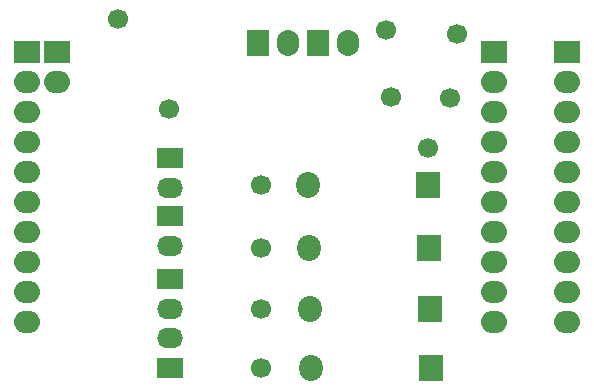
<source format=gbr>
G04 DipTrace 3.3.0.1*
G04 BottomMask.gbr*
%MOMM*%
G04 #@! TF.FileFunction,Soldermask,Bot*
G04 #@! TF.Part,Single*
%ADD33O,1.9X2.2*%
%ADD35R,1.9X2.2*%
%ADD37C,1.7*%
%ADD39O,2.2X1.9*%
%ADD41R,2.2X1.9*%
%ADD43R,2.2X1.7*%
%ADD45O,2.2X1.7*%
%ADD47O,2.0X2.2*%
%ADD49R,2.0X2.2*%
%FSLAX35Y35*%
G04*
G71*
G90*
G75*
G01*
G04 BotMask*
%LPD*%
D49*
X4990000Y1250000D3*
D47*
X3974000D3*
D49*
X4980000Y1750000D3*
D47*
X3964000D3*
D49*
X4976000Y2260000D3*
D47*
X3960000D3*
D49*
X4966000Y2800000D3*
D47*
X3950000D3*
D45*
X2780000Y1500000D3*
D43*
Y1246000D3*
D41*
X1570000Y3923000D3*
D39*
Y3669000D3*
Y3415000D3*
Y3161000D3*
Y2907000D3*
Y2653000D3*
Y2399000D3*
Y2145000D3*
Y1891000D3*
Y1637000D3*
D41*
X6140000Y3923000D3*
D39*
Y3669000D3*
Y3415000D3*
Y3161000D3*
Y2907000D3*
Y2653000D3*
Y2399000D3*
Y2145000D3*
Y1891000D3*
Y1637000D3*
D41*
X1824000Y3923000D3*
D39*
Y3669000D3*
D41*
X5520000Y3923000D3*
D39*
Y3669000D3*
Y3415000D3*
Y3161000D3*
Y2907000D3*
Y2653000D3*
Y2399000D3*
Y2145000D3*
Y1891000D3*
Y1637000D3*
D45*
X2780000Y2280000D3*
D43*
Y2534000D3*
D45*
Y2770000D3*
D43*
Y3024000D3*
D37*
X2770000Y3440000D3*
X2340000Y4200000D3*
X4610000Y4110000D3*
X4650000Y3540000D3*
X3550000Y1250000D3*
Y1750000D3*
X4960000Y3110000D3*
X3550000Y2260000D3*
X5150000Y3530000D3*
X3550000Y2800000D3*
X5210000Y4073000D3*
D35*
X3526000Y4003000D3*
D33*
X3780000D3*
D35*
X4034000D3*
D33*
X4288000D3*
D45*
X2780000Y1750000D3*
D43*
Y2004000D3*
M02*

</source>
